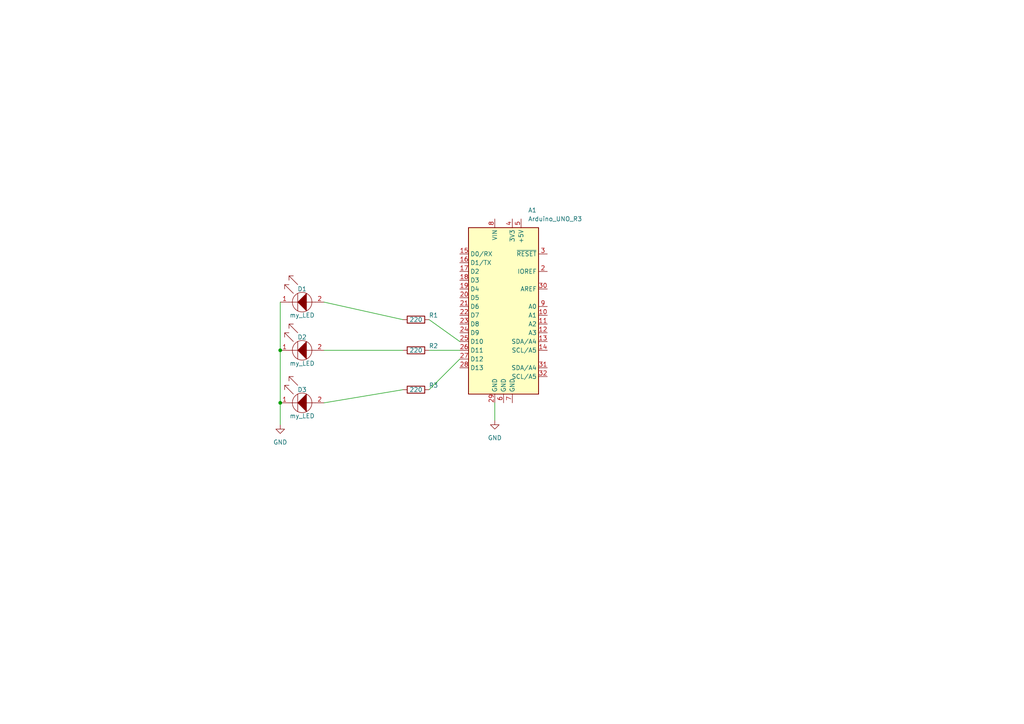
<source format=kicad_sch>
(kicad_sch (version 20211123) (generator eeschema)
  (paper "A4")
  (lib_symbols
    (symbol "Device:R" (pin_numbers hide) (pin_names (offset 0))
      (property "Reference" "R" (at 2.032 0 90))
      (property "Value" "R" (at 0 0 90))
      (symbol "R_0_1"
        (rectangle (start -1.016 -2.54) (end 1.016 2.54) (stroke (width 0.254)))
      )
      (symbol "R_1_1"
        (pin passive line (at 0 3.81 270) (length 1.27) (name "~") (number "1"))
        (pin passive line (at 0 -3.81 90) (length 1.27) (name "~") (number "2"))
      )
    )
    (symbol "Hyuk_Library:my_LED"
      (property "Reference" "D" (at 0 5.08 0))
      (property "Value" "my_LED" (at 0 -5.08 0))
      (symbol "my_LED_0_1"
        (polyline (pts (xy -3.81 0) (xy 3.81 0)))
        (polyline (pts (xy -1.27 2.54) (xy -1.27 -2.54)))
        (polyline (pts (xy -5.08 3.81) (xy -5.08 5.08) (xy -3.81 5.08) (xy -5.08 5.08) (xy -2.54 2.54)))
        (polyline (pts (xy 1.27 2.54) (xy 1.27 -2.54) (xy -1.27 0) (xy 1.27 2.54) (xy -1.27 0)) (fill (type outline)))
        (polyline (pts (xy -3.81 7.62) (xy -3.81 6.35) (xy -3.81 7.62) (xy -2.54 7.62) (xy -3.81 7.62) (xy -1.27 5.08)))
        (circle (center 0 0) (radius 2.8398))
      )
      (symbol "my_LED_1_1"
        (pin input line (at -6.35 0 0) (length 2.54) (name "") (number "1"))
        (pin input line (at 6.35 0 180) (length 2.54) (name "") (number "2"))
      )
    )
    (symbol "MCU_Module:Arduino_UNO_R3"
      (property "Reference" "A" (at -10.16 23.495 0))
      (property "Value" "Arduino_UNO_R3" (at 5.08 -26.67 0))
      (symbol "Arduino_UNO_R3_0_1"
        (rectangle (start -10.16 22.86) (end 10.16 -25.4) (stroke (width 0.254)) (fill (type background)))
      )
      (symbol "Arduino_UNO_R3_1_1"
        (pin no_connect line (at -10.16 -20.32 0) (length 2.54) hide (name "NC") (number "1"))
        (pin bidirectional line (at 12.7 -2.54 180) (length 2.54) (name "A1") (number "10"))
        (pin bidirectional line (at 12.7 -5.08 180) (length 2.54) (name "A2") (number "11"))
        (pin bidirectional line (at 12.7 -7.62 180) (length 2.54) (name "A3") (number "12"))
        (pin bidirectional line (at 12.7 -10.16 180) (length 2.54) (name "SDA/A4") (number "13"))
        (pin bidirectional line (at 12.7 -12.7 180) (length 2.54) (name "SCL/A5") (number "14"))
        (pin bidirectional line (at -12.7 15.24 0) (length 2.54) (name "D0/RX") (number "15"))
        (pin bidirectional line (at -12.7 12.7 0) (length 2.54) (name "D1/TX") (number "16"))
        (pin bidirectional line (at -12.7 10.16 0) (length 2.54) (name "D2") (number "17"))
        (pin bidirectional line (at -12.7 7.62 0) (length 2.54) (name "D3") (number "18"))
        (pin bidirectional line (at -12.7 5.08 0) (length 2.54) (name "D4") (number "19"))
        (pin output line (at 12.7 10.16 180) (length 2.54) (name "IOREF") (number "2"))
        (pin bidirectional line (at -12.7 2.54 0) (length 2.54) (name "D5") (number "20"))
        (pin bidirectional line (at -12.7 0 0) (length 2.54) (name "D6") (number "21"))
        (pin bidirectional line (at -12.7 -2.54 0) (length 2.54) (name "D7") (number "22"))
        (pin bidirectional line (at -12.7 -5.08 0) (length 2.54) (name "D8") (number "23"))
        (pin bidirectional line (at -12.7 -7.62 0) (length 2.54) (name "D9") (number "24"))
        (pin bidirectional line (at -12.7 -10.16 0) (length 2.54) (name "D10") (number "25"))
        (pin bidirectional line (at -12.7 -12.7 0) (length 2.54) (name "D11") (number "26"))
        (pin bidirectional line (at -12.7 -15.24 0) (length 2.54) (name "D12") (number "27"))
        (pin bidirectional line (at -12.7 -17.78 0) (length 2.54) (name "D13") (number "28"))
        (pin power_in line (at -2.54 -27.94 90) (length 2.54) (name "GND") (number "29"))
        (pin input line (at 12.7 15.24 180) (length 2.54) (name "~{RESET}") (number "3"))
        (pin input line (at 12.7 5.08 180) (length 2.54) (name "AREF") (number "30"))
        (pin bidirectional line (at 12.7 -17.78 180) (length 2.54) (name "SDA/A4") (number "31"))
        (pin bidirectional line (at 12.7 -20.32 180) (length 2.54) (name "SCL/A5") (number "32"))
        (pin power_out line (at 2.54 25.4 270) (length 2.54) (name "3V3") (number "4"))
        (pin power_out line (at 5.08 25.4 270) (length 2.54) (name "+5V") (number "5"))
        (pin power_in line (at 0 -27.94 90) (length 2.54) (name "GND") (number "6"))
        (pin power_in line (at 2.54 -27.94 90) (length 2.54) (name "GND") (number "7"))
        (pin power_in line (at -2.54 25.4 270) (length 2.54) (name "VIN") (number "8"))
        (pin bidirectional line (at 12.7 0 180) (length 2.54) (name "A0") (number "9"))
      )
    )
    (symbol "power:GND" (power) (pin_names (offset 0))
      (property "Value" "GND" (at 0 -3.81 0))
      (symbol "GND_0_1"
        (polyline (pts (xy 0 0) (xy 0 -1.27) (xy 1.27 -1.27) (xy 0 -2.54) (xy -1.27 -1.27) (xy 0 -1.27)))
      )
      (symbol "GND_1_1"
        (pin power_in line (at 0 0 270) (length 0) hide (name "GND") (number "1"))
      )
    )
  )
  (junction (at 81.28 101.6))
  (junction (at 81.28 116.84))
  (wire (pts (xy 81.28 101.6) (xy 81.28 116.84)))
  (wire (pts (xy 143.51 121.92) (xy 143.51 116.84)))
  (wire (pts (xy 124.46 101.6) (xy 133.35 101.6)))
  (wire (pts (xy 93.98 101.6) (xy 116.84 101.6)))
  (wire (pts (xy 81.28 116.84) (xy 81.28 123.19)))
  (wire (pts (xy 93.98 87.63) (xy 116.84 92.71)))
  (wire (pts (xy 93.98 116.84) (xy 116.84 113.03)))
  (wire (pts (xy 124.46 113.03) (xy 133.35 104.14)))
  (wire (pts (xy 81.28 87.63) (xy 81.28 101.6)))
  (wire (pts (xy 124.46 92.71) (xy 133.35 99.06)))
  (symbol (lib_id "Hyuk_Library:my_LED") (at 87.63 116.84 0) (unit 1)
    (property "Reference" "D3" (at 87.63 113.03 0))
    (property "Value" "my_LED" (at 87.63 120.65 0))
    (property "Footprint" "Hyuk_Library:My_LED" (effects hide))
  )
  (symbol (lib_id "power:GND") (at 81.28 123.19 0) (unit 1)
    (property "Reference" "#PWR0101" (effects hide))
    (property "Value" "GND" (at 81.28 128.27 0))
  )
  (symbol (lib_id "Hyuk_Library:my_LED") (at 87.63 87.63 0) (unit 1)
    (property "Reference" "D1" (at 87.63 83.82 0))
    (property "Value" "my_LED" (at 87.63 91.44 0))
    (property "Footprint" "Hyuk_Library:My_LED" (effects hide))
  )
  (symbol (lib_id "Hyuk_Library:my_LED") (at 87.63 101.6 0) (unit 1)
    (property "Reference" "D2" (at 87.63 97.79 0))
    (property "Value" "my_LED" (at 87.63 105.41 0))
    (property "Footprint" "Hyuk_Library:My_LED" (effects hide))
  )
  (symbol (lib_id "Device:R") (at 120.65 113.03 270) (unit 1)
    (property "Reference" "R3" (at 125.73 111.76 90))
    (property "Value" "220" (at 120.65 113.03 90))
    (property "Footprint" "Resistor_THT:R_Axial_DIN0204_L3.6mm_D1.6mm_P2.54mm_Vertical" (effects hide))
  )
  (symbol (lib_id "MCU_Module:Arduino_UNO_R3") (at 146.05 88.9 0) (unit 1)
    (property "Reference" "A1" (at 153.1494 60.96 0) (effects (justify left)))
    (property "Value" "Arduino_UNO_R3" (at 153.1494 63.5 0) (effects (justify left)))
    (property "Footprint" "Module:Arduino_UNO_R3" (effects hide))
    (property "Datasheet" "https://www.arduino.cc/en/Main/arduinoBoardUno" (effects hide))
  )
  (symbol (lib_id "Device:R") (at 120.65 92.71 270) (unit 1)
    (property "Reference" "R1" (at 125.73 91.44 90))
    (property "Value" "220" (at 120.65 92.71 90))
    (property "Footprint" "Resistor_THT:R_Axial_DIN0204_L3.6mm_D1.6mm_P2.54mm_Vertical" (effects hide))
  )
  (symbol (lib_id "Device:R") (at 120.65 101.6 270) (unit 1)
    (property "Reference" "R2" (at 125.73 100.33 90))
    (property "Value" "220" (at 120.65 101.6 90))
    (property "Footprint" "Resistor_THT:R_Axial_DIN0204_L3.6mm_D1.6mm_P2.54mm_Vertical" (effects hide))
  )
  (symbol (lib_id "power:GND") (at 143.51 121.92 0) (unit 1)
    (property "Reference" "#PWR0102" (effects hide))
    (property "Value" "GND" (at 143.51 127 0))
  )
)
</source>
